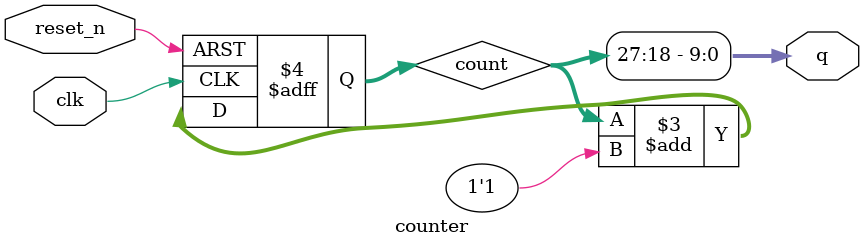
<source format=sv>
module counter (input clk, reset_n, output [9:0] q);

logic [27:0] count;

always_ff @ (posedge clk, negedge reset_n)
    if (reset_n == 1'b0)
        count <= 0;
    else
        count <= count + 1'b1;

assign q = count [27:18];

endmodule
</source>
